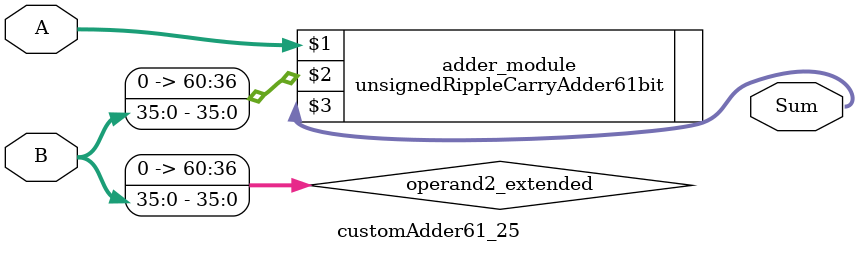
<source format=v>
module customAdder61_25(
                        input [60 : 0] A,
                        input [35 : 0] B,
                        
                        output [61 : 0] Sum
                );

        wire [60 : 0] operand2_extended;
        
        assign operand2_extended =  {25'b0, B};
        
        unsignedRippleCarryAdder61bit adder_module(
            A,
            operand2_extended,
            Sum
        );
        
        endmodule
        
</source>
